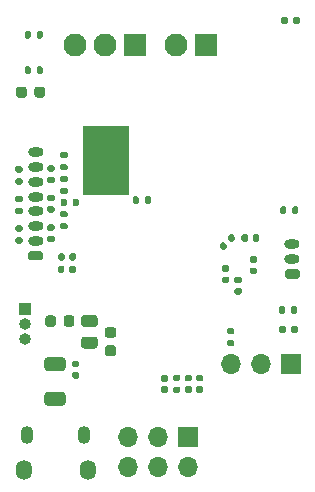
<source format=gbr>
%TF.GenerationSoftware,KiCad,Pcbnew,(5.1.9)-1*%
%TF.CreationDate,2021-05-05T16:15:55+02:00*%
%TF.ProjectId,Driverino,44726976-6572-4696-9e6f-2e6b69636164,rev?*%
%TF.SameCoordinates,Original*%
%TF.FileFunction,Soldermask,Bot*%
%TF.FilePolarity,Negative*%
%FSLAX46Y46*%
G04 Gerber Fmt 4.6, Leading zero omitted, Abs format (unit mm)*
G04 Created by KiCad (PCBNEW (5.1.9)-1) date 2021-05-05 16:15:55*
%MOMM*%
%LPD*%
G01*
G04 APERTURE LIST*
%ADD10C,0.100000*%
%ADD11O,1.000000X1.000000*%
%ADD12R,1.000000X1.000000*%
%ADD13R,1.700000X1.700000*%
%ADD14O,1.700000X1.700000*%
%ADD15R,1.950000X1.950000*%
%ADD16C,1.950000*%
%ADD17C,0.540000*%
%ADD18O,1.100000X1.500000*%
%ADD19O,1.350000X1.700000*%
%ADD20O,1.300000X0.800000*%
G04 APERTURE END LIST*
D10*
%TO.C,U3*%
G36*
X138600000Y-86100000D02*
G01*
X142400000Y-86100000D01*
X142400000Y-91900000D01*
X138600000Y-91900000D01*
X138600000Y-86100000D01*
G37*
X138600000Y-86100000D02*
X142400000Y-86100000D01*
X142400000Y-91900000D01*
X138600000Y-91900000D01*
X138600000Y-86100000D01*
%TD*%
D11*
%TO.C,JP1*%
X133750000Y-104120000D03*
X133750000Y-102850000D03*
D12*
X133750000Y-101580000D03*
%TD*%
D13*
%TO.C,P2*%
X147540000Y-112480000D03*
D14*
X147540000Y-115020000D03*
X145000000Y-112480000D03*
X145000000Y-115020000D03*
X142460000Y-112480000D03*
X142460000Y-115020000D03*
%TD*%
D15*
%TO.C,P7*%
X143040000Y-79300000D03*
D16*
X140500000Y-79300000D03*
X137960000Y-79300000D03*
%TD*%
D17*
%TO.C,U3*%
X139875000Y-89000000D03*
X141125000Y-89000000D03*
X142100000Y-89000000D03*
X138900000Y-89000000D03*
X139875000Y-90350000D03*
X141125000Y-90350000D03*
X142100000Y-90350000D03*
X138900000Y-90350000D03*
X139875000Y-91600000D03*
X141125000Y-91600000D03*
X139875000Y-87650000D03*
X141125000Y-87650000D03*
X142100000Y-87650000D03*
X138900000Y-87650000D03*
X139875000Y-86400000D03*
X141125000Y-86400000D03*
%TD*%
%TO.C,C1*%
G36*
G01*
X147720000Y-107750000D02*
X147380000Y-107750000D01*
G75*
G02*
X147240000Y-107610000I0J140000D01*
G01*
X147240000Y-107330000D01*
G75*
G02*
X147380000Y-107190000I140000J0D01*
G01*
X147720000Y-107190000D01*
G75*
G02*
X147860000Y-107330000I0J-140000D01*
G01*
X147860000Y-107610000D01*
G75*
G02*
X147720000Y-107750000I-140000J0D01*
G01*
G37*
G36*
G01*
X147720000Y-108710000D02*
X147380000Y-108710000D01*
G75*
G02*
X147240000Y-108570000I0J140000D01*
G01*
X147240000Y-108290000D01*
G75*
G02*
X147380000Y-108150000I140000J0D01*
G01*
X147720000Y-108150000D01*
G75*
G02*
X147860000Y-108290000I0J-140000D01*
G01*
X147860000Y-108570000D01*
G75*
G02*
X147720000Y-108710000I-140000J0D01*
G01*
G37*
%TD*%
%TO.C,C2*%
G36*
G01*
X148670000Y-107750000D02*
X148330000Y-107750000D01*
G75*
G02*
X148190000Y-107610000I0J140000D01*
G01*
X148190000Y-107330000D01*
G75*
G02*
X148330000Y-107190000I140000J0D01*
G01*
X148670000Y-107190000D01*
G75*
G02*
X148810000Y-107330000I0J-140000D01*
G01*
X148810000Y-107610000D01*
G75*
G02*
X148670000Y-107750000I-140000J0D01*
G01*
G37*
G36*
G01*
X148670000Y-108710000D02*
X148330000Y-108710000D01*
G75*
G02*
X148190000Y-108570000I0J140000D01*
G01*
X148190000Y-108290000D01*
G75*
G02*
X148330000Y-108150000I140000J0D01*
G01*
X148670000Y-108150000D01*
G75*
G02*
X148810000Y-108290000I0J-140000D01*
G01*
X148810000Y-108570000D01*
G75*
G02*
X148670000Y-108710000I-140000J0D01*
G01*
G37*
%TD*%
%TO.C,C3*%
G36*
G01*
X136975000Y-102887500D02*
X136975000Y-102387500D01*
G75*
G02*
X137200000Y-102162500I225000J0D01*
G01*
X137650000Y-102162500D01*
G75*
G02*
X137875000Y-102387500I0J-225000D01*
G01*
X137875000Y-102887500D01*
G75*
G02*
X137650000Y-103112500I-225000J0D01*
G01*
X137200000Y-103112500D01*
G75*
G02*
X136975000Y-102887500I0J225000D01*
G01*
G37*
G36*
G01*
X135425000Y-102887500D02*
X135425000Y-102387500D01*
G75*
G02*
X135650000Y-102162500I225000J0D01*
G01*
X136100000Y-102162500D01*
G75*
G02*
X136325000Y-102387500I0J-225000D01*
G01*
X136325000Y-102887500D01*
G75*
G02*
X136100000Y-103112500I-225000J0D01*
G01*
X135650000Y-103112500D01*
G75*
G02*
X135425000Y-102887500I0J225000D01*
G01*
G37*
%TD*%
%TO.C,C4*%
G36*
G01*
X141200000Y-105600000D02*
X140700000Y-105600000D01*
G75*
G02*
X140475000Y-105375000I0J225000D01*
G01*
X140475000Y-104925000D01*
G75*
G02*
X140700000Y-104700000I225000J0D01*
G01*
X141200000Y-104700000D01*
G75*
G02*
X141425000Y-104925000I0J-225000D01*
G01*
X141425000Y-105375000D01*
G75*
G02*
X141200000Y-105600000I-225000J0D01*
G01*
G37*
G36*
G01*
X141200000Y-104050000D02*
X140700000Y-104050000D01*
G75*
G02*
X140475000Y-103825000I0J225000D01*
G01*
X140475000Y-103375000D01*
G75*
G02*
X140700000Y-103150000I225000J0D01*
G01*
X141200000Y-103150000D01*
G75*
G02*
X141425000Y-103375000I0J-225000D01*
G01*
X141425000Y-103825000D01*
G75*
G02*
X141200000Y-104050000I-225000J0D01*
G01*
G37*
%TD*%
%TO.C,C5*%
G36*
G01*
X151580000Y-98875000D02*
X151920000Y-98875000D01*
G75*
G02*
X152060000Y-99015000I0J-140000D01*
G01*
X152060000Y-99295000D01*
G75*
G02*
X151920000Y-99435000I-140000J0D01*
G01*
X151580000Y-99435000D01*
G75*
G02*
X151440000Y-99295000I0J140000D01*
G01*
X151440000Y-99015000D01*
G75*
G02*
X151580000Y-98875000I140000J0D01*
G01*
G37*
G36*
G01*
X151580000Y-99835000D02*
X151920000Y-99835000D01*
G75*
G02*
X152060000Y-99975000I0J-140000D01*
G01*
X152060000Y-100255000D01*
G75*
G02*
X151920000Y-100395000I-140000J0D01*
G01*
X151580000Y-100395000D01*
G75*
G02*
X151440000Y-100255000I0J140000D01*
G01*
X151440000Y-99975000D01*
G75*
G02*
X151580000Y-99835000I140000J0D01*
G01*
G37*
%TD*%
%TO.C,C6*%
G36*
G01*
X136515000Y-97370000D02*
X136515000Y-97030000D01*
G75*
G02*
X136655000Y-96890000I140000J0D01*
G01*
X136935000Y-96890000D01*
G75*
G02*
X137075000Y-97030000I0J-140000D01*
G01*
X137075000Y-97370000D01*
G75*
G02*
X136935000Y-97510000I-140000J0D01*
G01*
X136655000Y-97510000D01*
G75*
G02*
X136515000Y-97370000I0J140000D01*
G01*
G37*
G36*
G01*
X137475000Y-97370000D02*
X137475000Y-97030000D01*
G75*
G02*
X137615000Y-96890000I140000J0D01*
G01*
X137895000Y-96890000D01*
G75*
G02*
X138035000Y-97030000I0J-140000D01*
G01*
X138035000Y-97370000D01*
G75*
G02*
X137895000Y-97510000I-140000J0D01*
G01*
X137615000Y-97510000D01*
G75*
G02*
X137475000Y-97370000I0J140000D01*
G01*
G37*
%TD*%
%TO.C,C7*%
G36*
G01*
X152880000Y-97140000D02*
X153220000Y-97140000D01*
G75*
G02*
X153360000Y-97280000I0J-140000D01*
G01*
X153360000Y-97560000D01*
G75*
G02*
X153220000Y-97700000I-140000J0D01*
G01*
X152880000Y-97700000D01*
G75*
G02*
X152740000Y-97560000I0J140000D01*
G01*
X152740000Y-97280000D01*
G75*
G02*
X152880000Y-97140000I140000J0D01*
G01*
G37*
G36*
G01*
X152880000Y-98100000D02*
X153220000Y-98100000D01*
G75*
G02*
X153360000Y-98240000I0J-140000D01*
G01*
X153360000Y-98520000D01*
G75*
G02*
X153220000Y-98660000I-140000J0D01*
G01*
X152880000Y-98660000D01*
G75*
G02*
X152740000Y-98520000I0J140000D01*
G01*
X152740000Y-98240000D01*
G75*
G02*
X152880000Y-98100000I140000J0D01*
G01*
G37*
%TD*%
%TO.C,C9*%
G36*
G01*
X150870000Y-99435000D02*
X150530000Y-99435000D01*
G75*
G02*
X150390000Y-99295000I0J140000D01*
G01*
X150390000Y-99015000D01*
G75*
G02*
X150530000Y-98875000I140000J0D01*
G01*
X150870000Y-98875000D01*
G75*
G02*
X151010000Y-99015000I0J-140000D01*
G01*
X151010000Y-99295000D01*
G75*
G02*
X150870000Y-99435000I-140000J0D01*
G01*
G37*
G36*
G01*
X150870000Y-98475000D02*
X150530000Y-98475000D01*
G75*
G02*
X150390000Y-98335000I0J140000D01*
G01*
X150390000Y-98055000D01*
G75*
G02*
X150530000Y-97915000I140000J0D01*
G01*
X150870000Y-97915000D01*
G75*
G02*
X151010000Y-98055000I0J-140000D01*
G01*
X151010000Y-98335000D01*
G75*
G02*
X150870000Y-98475000I-140000J0D01*
G01*
G37*
%TD*%
%TO.C,C12*%
G36*
G01*
X152040000Y-95770000D02*
X152040000Y-95430000D01*
G75*
G02*
X152180000Y-95290000I140000J0D01*
G01*
X152460000Y-95290000D01*
G75*
G02*
X152600000Y-95430000I0J-140000D01*
G01*
X152600000Y-95770000D01*
G75*
G02*
X152460000Y-95910000I-140000J0D01*
G01*
X152180000Y-95910000D01*
G75*
G02*
X152040000Y-95770000I0J140000D01*
G01*
G37*
G36*
G01*
X153000000Y-95770000D02*
X153000000Y-95430000D01*
G75*
G02*
X153140000Y-95290000I140000J0D01*
G01*
X153420000Y-95290000D01*
G75*
G02*
X153560000Y-95430000I0J-140000D01*
G01*
X153560000Y-95770000D01*
G75*
G02*
X153420000Y-95910000I-140000J0D01*
G01*
X153140000Y-95910000D01*
G75*
G02*
X153000000Y-95770000I0J140000D01*
G01*
G37*
%TD*%
%TO.C,C13*%
G36*
G01*
X151111629Y-95928787D02*
X150871213Y-95688371D01*
G75*
G02*
X150871213Y-95490381I98995J98995D01*
G01*
X151069203Y-95292391D01*
G75*
G02*
X151267193Y-95292391I98995J-98995D01*
G01*
X151507609Y-95532807D01*
G75*
G02*
X151507609Y-95730797I-98995J-98995D01*
G01*
X151309619Y-95928787D01*
G75*
G02*
X151111629Y-95928787I-98995J98995D01*
G01*
G37*
G36*
G01*
X150432807Y-96607609D02*
X150192391Y-96367193D01*
G75*
G02*
X150192391Y-96169203I98995J98995D01*
G01*
X150390381Y-95971213D01*
G75*
G02*
X150588371Y-95971213I98995J-98995D01*
G01*
X150828787Y-96211629D01*
G75*
G02*
X150828787Y-96409619I-98995J-98995D01*
G01*
X150630797Y-96607609D01*
G75*
G02*
X150432807Y-96607609I-98995J98995D01*
G01*
G37*
%TD*%
%TO.C,C14*%
G36*
G01*
X137450000Y-98420000D02*
X137450000Y-98080000D01*
G75*
G02*
X137590000Y-97940000I140000J0D01*
G01*
X137870000Y-97940000D01*
G75*
G02*
X138010000Y-98080000I0J-140000D01*
G01*
X138010000Y-98420000D01*
G75*
G02*
X137870000Y-98560000I-140000J0D01*
G01*
X137590000Y-98560000D01*
G75*
G02*
X137450000Y-98420000I0J140000D01*
G01*
G37*
G36*
G01*
X136490000Y-98420000D02*
X136490000Y-98080000D01*
G75*
G02*
X136630000Y-97940000I140000J0D01*
G01*
X136910000Y-97940000D01*
G75*
G02*
X137050000Y-98080000I0J-140000D01*
G01*
X137050000Y-98420000D01*
G75*
G02*
X136910000Y-98560000I-140000J0D01*
G01*
X136630000Y-98560000D01*
G75*
G02*
X136490000Y-98420000I0J140000D01*
G01*
G37*
%TD*%
%TO.C,C15*%
G36*
G01*
X136900001Y-109800000D02*
X135599999Y-109800000D01*
G75*
G02*
X135350000Y-109550001I0J249999D01*
G01*
X135350000Y-108899999D01*
G75*
G02*
X135599999Y-108650000I249999J0D01*
G01*
X136900001Y-108650000D01*
G75*
G02*
X137150000Y-108899999I0J-249999D01*
G01*
X137150000Y-109550001D01*
G75*
G02*
X136900001Y-109800000I-249999J0D01*
G01*
G37*
G36*
G01*
X136900001Y-106850000D02*
X135599999Y-106850000D01*
G75*
G02*
X135350000Y-106600001I0J249999D01*
G01*
X135350000Y-105949999D01*
G75*
G02*
X135599999Y-105700000I249999J0D01*
G01*
X136900001Y-105700000D01*
G75*
G02*
X137150000Y-105949999I0J-249999D01*
G01*
X137150000Y-106600001D01*
G75*
G02*
X136900001Y-106850000I-249999J0D01*
G01*
G37*
%TD*%
%TO.C,C16*%
G36*
G01*
X138170000Y-106550000D02*
X137830000Y-106550000D01*
G75*
G02*
X137690000Y-106410000I0J140000D01*
G01*
X137690000Y-106130000D01*
G75*
G02*
X137830000Y-105990000I140000J0D01*
G01*
X138170000Y-105990000D01*
G75*
G02*
X138310000Y-106130000I0J-140000D01*
G01*
X138310000Y-106410000D01*
G75*
G02*
X138170000Y-106550000I-140000J0D01*
G01*
G37*
G36*
G01*
X138170000Y-107510000D02*
X137830000Y-107510000D01*
G75*
G02*
X137690000Y-107370000I0J140000D01*
G01*
X137690000Y-107090000D01*
G75*
G02*
X137830000Y-106950000I140000J0D01*
G01*
X138170000Y-106950000D01*
G75*
G02*
X138310000Y-107090000I0J-140000D01*
G01*
X138310000Y-107370000D01*
G75*
G02*
X138170000Y-107510000I-140000J0D01*
G01*
G37*
%TD*%
%TO.C,C23*%
G36*
G01*
X134510000Y-83500000D02*
X134510000Y-83000000D01*
G75*
G02*
X134735000Y-82775000I225000J0D01*
G01*
X135185000Y-82775000D01*
G75*
G02*
X135410000Y-83000000I0J-225000D01*
G01*
X135410000Y-83500000D01*
G75*
G02*
X135185000Y-83725000I-225000J0D01*
G01*
X134735000Y-83725000D01*
G75*
G02*
X134510000Y-83500000I0J225000D01*
G01*
G37*
G36*
G01*
X132960000Y-83500000D02*
X132960000Y-83000000D01*
G75*
G02*
X133185000Y-82775000I225000J0D01*
G01*
X133635000Y-82775000D01*
G75*
G02*
X133860000Y-83000000I0J-225000D01*
G01*
X133860000Y-83500000D01*
G75*
G02*
X133635000Y-83725000I-225000J0D01*
G01*
X133185000Y-83725000D01*
G75*
G02*
X132960000Y-83500000I0J225000D01*
G01*
G37*
%TD*%
%TO.C,C24*%
G36*
G01*
X135730000Y-95400000D02*
X136070000Y-95400000D01*
G75*
G02*
X136210000Y-95540000I0J-140000D01*
G01*
X136210000Y-95820000D01*
G75*
G02*
X136070000Y-95960000I-140000J0D01*
G01*
X135730000Y-95960000D01*
G75*
G02*
X135590000Y-95820000I0J140000D01*
G01*
X135590000Y-95540000D01*
G75*
G02*
X135730000Y-95400000I140000J0D01*
G01*
G37*
G36*
G01*
X135730000Y-94440000D02*
X136070000Y-94440000D01*
G75*
G02*
X136210000Y-94580000I0J-140000D01*
G01*
X136210000Y-94860000D01*
G75*
G02*
X136070000Y-95000000I-140000J0D01*
G01*
X135730000Y-95000000D01*
G75*
G02*
X135590000Y-94860000I0J140000D01*
G01*
X135590000Y-94580000D01*
G75*
G02*
X135730000Y-94440000I140000J0D01*
G01*
G37*
%TD*%
%TO.C,C25*%
G36*
G01*
X135730000Y-91940000D02*
X136070000Y-91940000D01*
G75*
G02*
X136210000Y-92080000I0J-140000D01*
G01*
X136210000Y-92360000D01*
G75*
G02*
X136070000Y-92500000I-140000J0D01*
G01*
X135730000Y-92500000D01*
G75*
G02*
X135590000Y-92360000I0J140000D01*
G01*
X135590000Y-92080000D01*
G75*
G02*
X135730000Y-91940000I140000J0D01*
G01*
G37*
G36*
G01*
X135730000Y-92900000D02*
X136070000Y-92900000D01*
G75*
G02*
X136210000Y-93040000I0J-140000D01*
G01*
X136210000Y-93320000D01*
G75*
G02*
X136070000Y-93460000I-140000J0D01*
G01*
X135730000Y-93460000D01*
G75*
G02*
X135590000Y-93320000I0J140000D01*
G01*
X135590000Y-93040000D01*
G75*
G02*
X135730000Y-92900000I140000J0D01*
G01*
G37*
%TD*%
%TO.C,C26*%
G36*
G01*
X135730000Y-90400000D02*
X136070000Y-90400000D01*
G75*
G02*
X136210000Y-90540000I0J-140000D01*
G01*
X136210000Y-90820000D01*
G75*
G02*
X136070000Y-90960000I-140000J0D01*
G01*
X135730000Y-90960000D01*
G75*
G02*
X135590000Y-90820000I0J140000D01*
G01*
X135590000Y-90540000D01*
G75*
G02*
X135730000Y-90400000I140000J0D01*
G01*
G37*
G36*
G01*
X135730000Y-89440000D02*
X136070000Y-89440000D01*
G75*
G02*
X136210000Y-89580000I0J-140000D01*
G01*
X136210000Y-89860000D01*
G75*
G02*
X136070000Y-90000000I-140000J0D01*
G01*
X135730000Y-90000000D01*
G75*
G02*
X135590000Y-89860000I0J140000D01*
G01*
X135590000Y-89580000D01*
G75*
G02*
X135730000Y-89440000I140000J0D01*
G01*
G37*
%TD*%
%TO.C,D1*%
G36*
G01*
X145352500Y-107170000D02*
X145697500Y-107170000D01*
G75*
G02*
X145845000Y-107317500I0J-147500D01*
G01*
X145845000Y-107612500D01*
G75*
G02*
X145697500Y-107760000I-147500J0D01*
G01*
X145352500Y-107760000D01*
G75*
G02*
X145205000Y-107612500I0J147500D01*
G01*
X145205000Y-107317500D01*
G75*
G02*
X145352500Y-107170000I147500J0D01*
G01*
G37*
G36*
G01*
X145352500Y-108140000D02*
X145697500Y-108140000D01*
G75*
G02*
X145845000Y-108287500I0J-147500D01*
G01*
X145845000Y-108582500D01*
G75*
G02*
X145697500Y-108730000I-147500J0D01*
G01*
X145352500Y-108730000D01*
G75*
G02*
X145205000Y-108582500I0J147500D01*
G01*
X145205000Y-108287500D01*
G75*
G02*
X145352500Y-108140000I147500J0D01*
G01*
G37*
%TD*%
%TO.C,L1*%
G36*
G01*
X139612501Y-104975000D02*
X138712499Y-104975000D01*
G75*
G02*
X138462500Y-104725001I0J249999D01*
G01*
X138462500Y-104199999D01*
G75*
G02*
X138712499Y-103950000I249999J0D01*
G01*
X139612501Y-103950000D01*
G75*
G02*
X139862500Y-104199999I0J-249999D01*
G01*
X139862500Y-104725001D01*
G75*
G02*
X139612501Y-104975000I-249999J0D01*
G01*
G37*
G36*
G01*
X139612501Y-103150000D02*
X138712499Y-103150000D01*
G75*
G02*
X138462500Y-102900001I0J249999D01*
G01*
X138462500Y-102374999D01*
G75*
G02*
X138712499Y-102125000I249999J0D01*
G01*
X139612501Y-102125000D01*
G75*
G02*
X139862500Y-102374999I0J-249999D01*
G01*
X139862500Y-102900001D01*
G75*
G02*
X139612501Y-103150000I-249999J0D01*
G01*
G37*
%TD*%
D13*
%TO.C,P1*%
X156200000Y-106250000D03*
D14*
X153660000Y-106250000D03*
X151120000Y-106250000D03*
%TD*%
D18*
%TO.C,P3*%
X133905000Y-112265000D03*
X138745000Y-112265000D03*
D19*
X133595000Y-115265000D03*
X139055000Y-115265000D03*
%TD*%
%TO.C,P4*%
G36*
G01*
X156800000Y-99050000D02*
X155900000Y-99050000D01*
G75*
G02*
X155700000Y-98850000I0J200000D01*
G01*
X155700000Y-98450000D01*
G75*
G02*
X155900000Y-98250000I200000J0D01*
G01*
X156800000Y-98250000D01*
G75*
G02*
X157000000Y-98450000I0J-200000D01*
G01*
X157000000Y-98850000D01*
G75*
G02*
X156800000Y-99050000I-200000J0D01*
G01*
G37*
D20*
X156350000Y-97400000D03*
X156350000Y-96150000D03*
%TD*%
D15*
%TO.C,P5*%
X149000000Y-79250000D03*
D16*
X146460000Y-79250000D03*
%TD*%
%TO.C,P6*%
G36*
G01*
X135050000Y-97500000D02*
X134150000Y-97500000D01*
G75*
G02*
X133950000Y-97300000I0J200000D01*
G01*
X133950000Y-96900000D01*
G75*
G02*
X134150000Y-96700000I200000J0D01*
G01*
X135050000Y-96700000D01*
G75*
G02*
X135250000Y-96900000I0J-200000D01*
G01*
X135250000Y-97300000D01*
G75*
G02*
X135050000Y-97500000I-200000J0D01*
G01*
G37*
D20*
X134600000Y-95850000D03*
X134600000Y-94600000D03*
X134600000Y-93350000D03*
X134600000Y-92100000D03*
X134600000Y-90850000D03*
X134600000Y-89600000D03*
X134600000Y-88350000D03*
%TD*%
%TO.C,R1*%
G36*
G01*
X146365000Y-107170000D02*
X146735000Y-107170000D01*
G75*
G02*
X146870000Y-107305000I0J-135000D01*
G01*
X146870000Y-107575000D01*
G75*
G02*
X146735000Y-107710000I-135000J0D01*
G01*
X146365000Y-107710000D01*
G75*
G02*
X146230000Y-107575000I0J135000D01*
G01*
X146230000Y-107305000D01*
G75*
G02*
X146365000Y-107170000I135000J0D01*
G01*
G37*
G36*
G01*
X146365000Y-108190000D02*
X146735000Y-108190000D01*
G75*
G02*
X146870000Y-108325000I0J-135000D01*
G01*
X146870000Y-108595000D01*
G75*
G02*
X146735000Y-108730000I-135000J0D01*
G01*
X146365000Y-108730000D01*
G75*
G02*
X146230000Y-108595000I0J135000D01*
G01*
X146230000Y-108325000D01*
G75*
G02*
X146365000Y-108190000I135000J0D01*
G01*
G37*
%TD*%
%TO.C,R2*%
G36*
G01*
X155210000Y-101885000D02*
X155210000Y-101515000D01*
G75*
G02*
X155345000Y-101380000I135000J0D01*
G01*
X155615000Y-101380000D01*
G75*
G02*
X155750000Y-101515000I0J-135000D01*
G01*
X155750000Y-101885000D01*
G75*
G02*
X155615000Y-102020000I-135000J0D01*
G01*
X155345000Y-102020000D01*
G75*
G02*
X155210000Y-101885000I0J135000D01*
G01*
G37*
G36*
G01*
X156230000Y-101885000D02*
X156230000Y-101515000D01*
G75*
G02*
X156365000Y-101380000I135000J0D01*
G01*
X156635000Y-101380000D01*
G75*
G02*
X156770000Y-101515000I0J-135000D01*
G01*
X156770000Y-101885000D01*
G75*
G02*
X156635000Y-102020000I-135000J0D01*
G01*
X156365000Y-102020000D01*
G75*
G02*
X156230000Y-101885000I0J135000D01*
G01*
G37*
%TD*%
%TO.C,R3*%
G36*
G01*
X155297500Y-93435000D02*
X155297500Y-93065000D01*
G75*
G02*
X155432500Y-92930000I135000J0D01*
G01*
X155702500Y-92930000D01*
G75*
G02*
X155837500Y-93065000I0J-135000D01*
G01*
X155837500Y-93435000D01*
G75*
G02*
X155702500Y-93570000I-135000J0D01*
G01*
X155432500Y-93570000D01*
G75*
G02*
X155297500Y-93435000I0J135000D01*
G01*
G37*
G36*
G01*
X156317500Y-93435000D02*
X156317500Y-93065000D01*
G75*
G02*
X156452500Y-92930000I135000J0D01*
G01*
X156722500Y-92930000D01*
G75*
G02*
X156857500Y-93065000I0J-135000D01*
G01*
X156857500Y-93435000D01*
G75*
G02*
X156722500Y-93570000I-135000J0D01*
G01*
X156452500Y-93570000D01*
G75*
G02*
X156317500Y-93435000I0J135000D01*
G01*
G37*
%TD*%
%TO.C,R11*%
G36*
G01*
X151305000Y-103760000D02*
X150935000Y-103760000D01*
G75*
G02*
X150800000Y-103625000I0J135000D01*
G01*
X150800000Y-103355000D01*
G75*
G02*
X150935000Y-103220000I135000J0D01*
G01*
X151305000Y-103220000D01*
G75*
G02*
X151440000Y-103355000I0J-135000D01*
G01*
X151440000Y-103625000D01*
G75*
G02*
X151305000Y-103760000I-135000J0D01*
G01*
G37*
G36*
G01*
X151305000Y-104780000D02*
X150935000Y-104780000D01*
G75*
G02*
X150800000Y-104645000I0J135000D01*
G01*
X150800000Y-104375000D01*
G75*
G02*
X150935000Y-104240000I135000J0D01*
G01*
X151305000Y-104240000D01*
G75*
G02*
X151440000Y-104375000I0J-135000D01*
G01*
X151440000Y-104645000D01*
G75*
G02*
X151305000Y-104780000I-135000J0D01*
G01*
G37*
%TD*%
%TO.C,R18*%
G36*
G01*
X134210000Y-78215000D02*
X134210000Y-78585000D01*
G75*
G02*
X134075000Y-78720000I-135000J0D01*
G01*
X133805000Y-78720000D01*
G75*
G02*
X133670000Y-78585000I0J135000D01*
G01*
X133670000Y-78215000D01*
G75*
G02*
X133805000Y-78080000I135000J0D01*
G01*
X134075000Y-78080000D01*
G75*
G02*
X134210000Y-78215000I0J-135000D01*
G01*
G37*
G36*
G01*
X135230000Y-78215000D02*
X135230000Y-78585000D01*
G75*
G02*
X135095000Y-78720000I-135000J0D01*
G01*
X134825000Y-78720000D01*
G75*
G02*
X134690000Y-78585000I0J135000D01*
G01*
X134690000Y-78215000D01*
G75*
G02*
X134825000Y-78080000I135000J0D01*
G01*
X135095000Y-78080000D01*
G75*
G02*
X135230000Y-78215000I0J-135000D01*
G01*
G37*
%TD*%
%TO.C,R19*%
G36*
G01*
X156267500Y-103535000D02*
X156267500Y-103165000D01*
G75*
G02*
X156402500Y-103030000I135000J0D01*
G01*
X156672500Y-103030000D01*
G75*
G02*
X156807500Y-103165000I0J-135000D01*
G01*
X156807500Y-103535000D01*
G75*
G02*
X156672500Y-103670000I-135000J0D01*
G01*
X156402500Y-103670000D01*
G75*
G02*
X156267500Y-103535000I0J135000D01*
G01*
G37*
G36*
G01*
X155247500Y-103535000D02*
X155247500Y-103165000D01*
G75*
G02*
X155382500Y-103030000I135000J0D01*
G01*
X155652500Y-103030000D01*
G75*
G02*
X155787500Y-103165000I0J-135000D01*
G01*
X155787500Y-103535000D01*
G75*
G02*
X155652500Y-103670000I-135000J0D01*
G01*
X155382500Y-103670000D01*
G75*
G02*
X155247500Y-103535000I0J135000D01*
G01*
G37*
%TD*%
%TO.C,R20*%
G36*
G01*
X155420000Y-77360000D02*
X155420000Y-76990000D01*
G75*
G02*
X155555000Y-76855000I135000J0D01*
G01*
X155825000Y-76855000D01*
G75*
G02*
X155960000Y-76990000I0J-135000D01*
G01*
X155960000Y-77360000D01*
G75*
G02*
X155825000Y-77495000I-135000J0D01*
G01*
X155555000Y-77495000D01*
G75*
G02*
X155420000Y-77360000I0J135000D01*
G01*
G37*
G36*
G01*
X156440000Y-77360000D02*
X156440000Y-76990000D01*
G75*
G02*
X156575000Y-76855000I135000J0D01*
G01*
X156845000Y-76855000D01*
G75*
G02*
X156980000Y-76990000I0J-135000D01*
G01*
X156980000Y-77360000D01*
G75*
G02*
X156845000Y-77495000I-135000J0D01*
G01*
X156575000Y-77495000D01*
G75*
G02*
X156440000Y-77360000I0J135000D01*
G01*
G37*
%TD*%
%TO.C,R21*%
G36*
G01*
X134210000Y-81215000D02*
X134210000Y-81585000D01*
G75*
G02*
X134075000Y-81720000I-135000J0D01*
G01*
X133805000Y-81720000D01*
G75*
G02*
X133670000Y-81585000I0J135000D01*
G01*
X133670000Y-81215000D01*
G75*
G02*
X133805000Y-81080000I135000J0D01*
G01*
X134075000Y-81080000D01*
G75*
G02*
X134210000Y-81215000I0J-135000D01*
G01*
G37*
G36*
G01*
X135230000Y-81215000D02*
X135230000Y-81585000D01*
G75*
G02*
X135095000Y-81720000I-135000J0D01*
G01*
X134825000Y-81720000D01*
G75*
G02*
X134690000Y-81585000I0J135000D01*
G01*
X134690000Y-81215000D01*
G75*
G02*
X134825000Y-81080000I135000J0D01*
G01*
X135095000Y-81080000D01*
G75*
G02*
X135230000Y-81215000I0J-135000D01*
G01*
G37*
%TD*%
%TO.C,R22*%
G36*
G01*
X143840000Y-92585000D02*
X143840000Y-92215000D01*
G75*
G02*
X143975000Y-92080000I135000J0D01*
G01*
X144245000Y-92080000D01*
G75*
G02*
X144380000Y-92215000I0J-135000D01*
G01*
X144380000Y-92585000D01*
G75*
G02*
X144245000Y-92720000I-135000J0D01*
G01*
X143975000Y-92720000D01*
G75*
G02*
X143840000Y-92585000I0J135000D01*
G01*
G37*
G36*
G01*
X142820000Y-92585000D02*
X142820000Y-92215000D01*
G75*
G02*
X142955000Y-92080000I135000J0D01*
G01*
X143225000Y-92080000D01*
G75*
G02*
X143360000Y-92215000I0J-135000D01*
G01*
X143360000Y-92585000D01*
G75*
G02*
X143225000Y-92720000I-135000J0D01*
G01*
X142955000Y-92720000D01*
G75*
G02*
X142820000Y-92585000I0J135000D01*
G01*
G37*
%TD*%
%TO.C,R23*%
G36*
G01*
X137740000Y-92785000D02*
X137740000Y-92415000D01*
G75*
G02*
X137875000Y-92280000I135000J0D01*
G01*
X138145000Y-92280000D01*
G75*
G02*
X138280000Y-92415000I0J-135000D01*
G01*
X138280000Y-92785000D01*
G75*
G02*
X138145000Y-92920000I-135000J0D01*
G01*
X137875000Y-92920000D01*
G75*
G02*
X137740000Y-92785000I0J135000D01*
G01*
G37*
G36*
G01*
X136720000Y-92785000D02*
X136720000Y-92415000D01*
G75*
G02*
X136855000Y-92280000I135000J0D01*
G01*
X137125000Y-92280000D01*
G75*
G02*
X137260000Y-92415000I0J-135000D01*
G01*
X137260000Y-92785000D01*
G75*
G02*
X137125000Y-92920000I-135000J0D01*
G01*
X136855000Y-92920000D01*
G75*
G02*
X136720000Y-92785000I0J135000D01*
G01*
G37*
%TD*%
%TO.C,R24*%
G36*
G01*
X136815000Y-93320000D02*
X137185000Y-93320000D01*
G75*
G02*
X137320000Y-93455000I0J-135000D01*
G01*
X137320000Y-93725000D01*
G75*
G02*
X137185000Y-93860000I-135000J0D01*
G01*
X136815000Y-93860000D01*
G75*
G02*
X136680000Y-93725000I0J135000D01*
G01*
X136680000Y-93455000D01*
G75*
G02*
X136815000Y-93320000I135000J0D01*
G01*
G37*
G36*
G01*
X136815000Y-94340000D02*
X137185000Y-94340000D01*
G75*
G02*
X137320000Y-94475000I0J-135000D01*
G01*
X137320000Y-94745000D01*
G75*
G02*
X137185000Y-94880000I-135000J0D01*
G01*
X136815000Y-94880000D01*
G75*
G02*
X136680000Y-94745000I0J135000D01*
G01*
X136680000Y-94475000D01*
G75*
G02*
X136815000Y-94340000I135000J0D01*
G01*
G37*
%TD*%
%TO.C,R25*%
G36*
G01*
X133385000Y-96080000D02*
X133015000Y-96080000D01*
G75*
G02*
X132880000Y-95945000I0J135000D01*
G01*
X132880000Y-95675000D01*
G75*
G02*
X133015000Y-95540000I135000J0D01*
G01*
X133385000Y-95540000D01*
G75*
G02*
X133520000Y-95675000I0J-135000D01*
G01*
X133520000Y-95945000D01*
G75*
G02*
X133385000Y-96080000I-135000J0D01*
G01*
G37*
G36*
G01*
X133385000Y-95060000D02*
X133015000Y-95060000D01*
G75*
G02*
X132880000Y-94925000I0J135000D01*
G01*
X132880000Y-94655000D01*
G75*
G02*
X133015000Y-94520000I135000J0D01*
G01*
X133385000Y-94520000D01*
G75*
G02*
X133520000Y-94655000I0J-135000D01*
G01*
X133520000Y-94925000D01*
G75*
G02*
X133385000Y-95060000I-135000J0D01*
G01*
G37*
%TD*%
%TO.C,R27*%
G36*
G01*
X137185000Y-90860000D02*
X136815000Y-90860000D01*
G75*
G02*
X136680000Y-90725000I0J135000D01*
G01*
X136680000Y-90455000D01*
G75*
G02*
X136815000Y-90320000I135000J0D01*
G01*
X137185000Y-90320000D01*
G75*
G02*
X137320000Y-90455000I0J-135000D01*
G01*
X137320000Y-90725000D01*
G75*
G02*
X137185000Y-90860000I-135000J0D01*
G01*
G37*
G36*
G01*
X137185000Y-91880000D02*
X136815000Y-91880000D01*
G75*
G02*
X136680000Y-91745000I0J135000D01*
G01*
X136680000Y-91475000D01*
G75*
G02*
X136815000Y-91340000I135000J0D01*
G01*
X137185000Y-91340000D01*
G75*
G02*
X137320000Y-91475000I0J-135000D01*
G01*
X137320000Y-91745000D01*
G75*
G02*
X137185000Y-91880000I-135000J0D01*
G01*
G37*
%TD*%
%TO.C,R28*%
G36*
G01*
X133385000Y-92560000D02*
X133015000Y-92560000D01*
G75*
G02*
X132880000Y-92425000I0J135000D01*
G01*
X132880000Y-92155000D01*
G75*
G02*
X133015000Y-92020000I135000J0D01*
G01*
X133385000Y-92020000D01*
G75*
G02*
X133520000Y-92155000I0J-135000D01*
G01*
X133520000Y-92425000D01*
G75*
G02*
X133385000Y-92560000I-135000J0D01*
G01*
G37*
G36*
G01*
X133385000Y-93580000D02*
X133015000Y-93580000D01*
G75*
G02*
X132880000Y-93445000I0J135000D01*
G01*
X132880000Y-93175000D01*
G75*
G02*
X133015000Y-93040000I135000J0D01*
G01*
X133385000Y-93040000D01*
G75*
G02*
X133520000Y-93175000I0J-135000D01*
G01*
X133520000Y-93445000D01*
G75*
G02*
X133385000Y-93580000I-135000J0D01*
G01*
G37*
%TD*%
%TO.C,R29*%
G36*
G01*
X136815000Y-88320000D02*
X137185000Y-88320000D01*
G75*
G02*
X137320000Y-88455000I0J-135000D01*
G01*
X137320000Y-88725000D01*
G75*
G02*
X137185000Y-88860000I-135000J0D01*
G01*
X136815000Y-88860000D01*
G75*
G02*
X136680000Y-88725000I0J135000D01*
G01*
X136680000Y-88455000D01*
G75*
G02*
X136815000Y-88320000I135000J0D01*
G01*
G37*
G36*
G01*
X136815000Y-89340000D02*
X137185000Y-89340000D01*
G75*
G02*
X137320000Y-89475000I0J-135000D01*
G01*
X137320000Y-89745000D01*
G75*
G02*
X137185000Y-89880000I-135000J0D01*
G01*
X136815000Y-89880000D01*
G75*
G02*
X136680000Y-89745000I0J135000D01*
G01*
X136680000Y-89475000D01*
G75*
G02*
X136815000Y-89340000I135000J0D01*
G01*
G37*
%TD*%
%TO.C,R30*%
G36*
G01*
X133385000Y-90060000D02*
X133015000Y-90060000D01*
G75*
G02*
X132880000Y-89925000I0J135000D01*
G01*
X132880000Y-89655000D01*
G75*
G02*
X133015000Y-89520000I135000J0D01*
G01*
X133385000Y-89520000D01*
G75*
G02*
X133520000Y-89655000I0J-135000D01*
G01*
X133520000Y-89925000D01*
G75*
G02*
X133385000Y-90060000I-135000J0D01*
G01*
G37*
G36*
G01*
X133385000Y-91080000D02*
X133015000Y-91080000D01*
G75*
G02*
X132880000Y-90945000I0J135000D01*
G01*
X132880000Y-90675000D01*
G75*
G02*
X133015000Y-90540000I135000J0D01*
G01*
X133385000Y-90540000D01*
G75*
G02*
X133520000Y-90675000I0J-135000D01*
G01*
X133520000Y-90945000D01*
G75*
G02*
X133385000Y-91080000I-135000J0D01*
G01*
G37*
%TD*%
M02*

</source>
